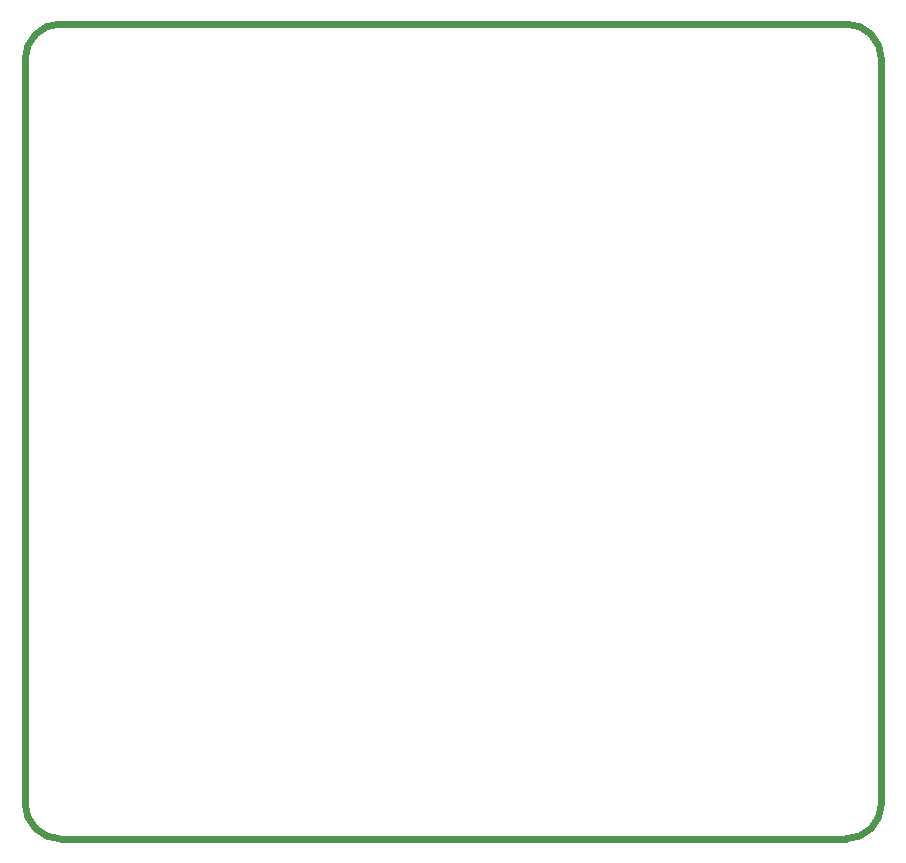
<source format=gbr>
G04 #@! TF.GenerationSoftware,KiCad,Pcbnew,8.0.5*
G04 #@! TF.CreationDate,2025-04-11T00:04:55-04:00*
G04 #@! TF.ProjectId,RP2040_minimal_r2,52503230-3430-45f6-9d69-6e696d616c5f,REV2*
G04 #@! TF.SameCoordinates,Original*
G04 #@! TF.FileFunction,Profile,NP*
%FSLAX46Y46*%
G04 Gerber Fmt 4.6, Leading zero omitted, Abs format (unit mm)*
G04 Created by KiCad (PCBNEW 8.0.5) date 2025-04-11 00:04:55*
%MOMM*%
%LPD*%
G01*
G04 APERTURE LIST*
G04 #@! TA.AperFunction,Profile*
%ADD10C,0.600000*%
G04 #@! TD*
G04 APERTURE END LIST*
D10*
X132000000Y-139000000D02*
X65500000Y-139000000D01*
X135000000Y-73000000D02*
X135000000Y-136000000D01*
X65500000Y-70000000D02*
X132000000Y-70000000D01*
X62500000Y-136000000D02*
X62500000Y-73000000D01*
X135000000Y-136000000D02*
G75*
G02*
X132000000Y-139000000I-3000000J0D01*
G01*
X132000000Y-70000000D02*
G75*
G02*
X135000000Y-73000000I0J-3000000D01*
G01*
X62500000Y-73000000D02*
G75*
G02*
X65500000Y-70000000I3000000J0D01*
G01*
X65500000Y-139000000D02*
G75*
G02*
X62500000Y-136000000I0J3000000D01*
G01*
M02*

</source>
